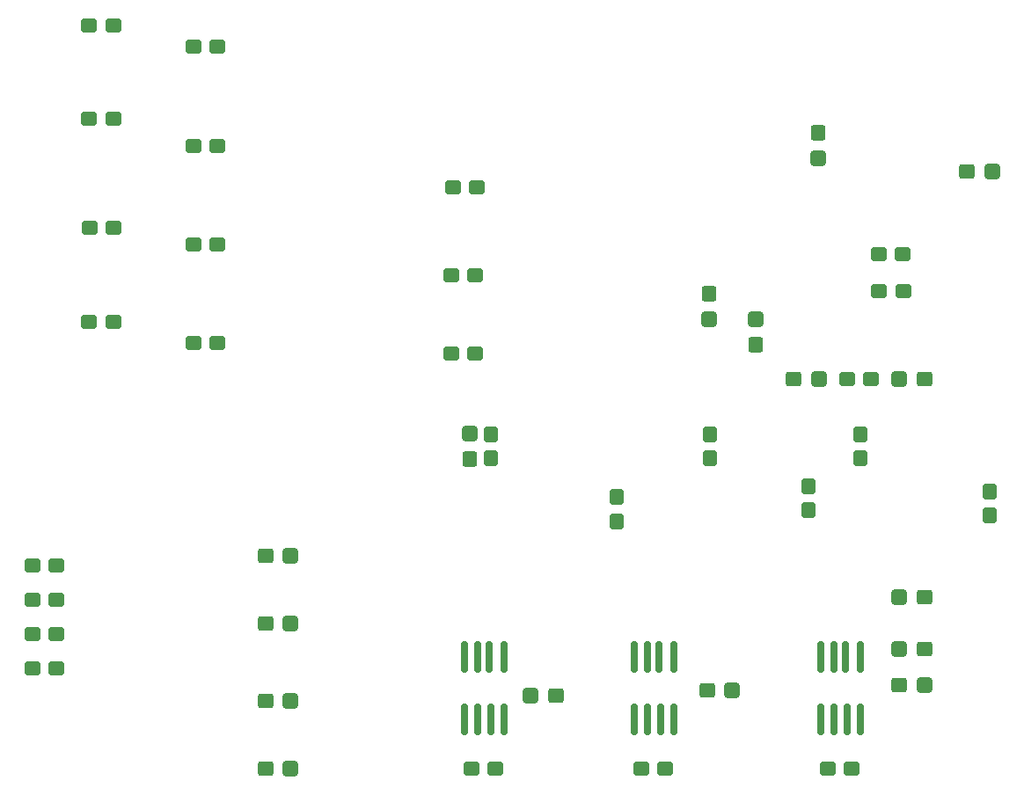
<source format=gbr>
G04 #@! TF.GenerationSoftware,KiCad,Pcbnew,9.0.2*
G04 #@! TF.CreationDate,2025-08-14T17:34:42+08:00*
G04 #@! TF.ProjectId,VCU_V3_1_PREFAB,5643555f-5633-45f3-915f-505245464142,rev?*
G04 #@! TF.SameCoordinates,Original*
G04 #@! TF.FileFunction,Paste,Bot*
G04 #@! TF.FilePolarity,Positive*
%FSLAX46Y46*%
G04 Gerber Fmt 4.6, Leading zero omitted, Abs format (unit mm)*
G04 Created by KiCad (PCBNEW 9.0.2) date 2025-08-14 17:34:42*
%MOMM*%
%LPD*%
G01*
G04 APERTURE LIST*
G04 Aperture macros list*
%AMRoundRect*
0 Rectangle with rounded corners*
0 $1 Rounding radius*
0 $2 $3 $4 $5 $6 $7 $8 $9 X,Y pos of 4 corners*
0 Add a 4 corners polygon primitive as box body*
4,1,4,$2,$3,$4,$5,$6,$7,$8,$9,$2,$3,0*
0 Add four circle primitives for the rounded corners*
1,1,$1+$1,$2,$3*
1,1,$1+$1,$4,$5*
1,1,$1+$1,$6,$7*
1,1,$1+$1,$8,$9*
0 Add four rect primitives between the rounded corners*
20,1,$1+$1,$2,$3,$4,$5,0*
20,1,$1+$1,$4,$5,$6,$7,0*
20,1,$1+$1,$6,$7,$8,$9,0*
20,1,$1+$1,$8,$9,$2,$3,0*%
G04 Aperture macros list end*
%ADD10RoundRect,0.305575X0.412525X-0.460025X0.412525X0.460025X-0.412525X0.460025X-0.412525X-0.460025X0*%
%ADD11RoundRect,0.308511X0.416489X-0.457089X0.416489X0.457089X-0.416489X0.457089X-0.416489X-0.457089X0*%
%ADD12RoundRect,0.305575X-0.412525X0.460025X-0.412525X-0.460025X0.412525X-0.460025X0.412525X0.460025X0*%
%ADD13RoundRect,0.308511X-0.416489X0.457089X-0.416489X-0.457089X0.416489X-0.457089X0.416489X0.457089X0*%
%ADD14RoundRect,0.305575X0.460025X0.412525X-0.460025X0.412525X-0.460025X-0.412525X0.460025X-0.412525X0*%
%ADD15RoundRect,0.308511X0.457089X0.416489X-0.457089X0.416489X-0.457089X-0.416489X0.457089X-0.416489X0*%
%ADD16RoundRect,0.305575X-0.460025X-0.412525X0.460025X-0.412525X0.460025X0.412525X-0.460025X0.412525X0*%
%ADD17RoundRect,0.308511X-0.457089X-0.416489X0.457089X-0.416489X0.457089X0.416489X-0.457089X0.416489X0*%
%ADD18RoundRect,0.278125X0.474375X0.389375X-0.474375X0.389375X-0.474375X-0.389375X0.474375X-0.389375X0*%
%ADD19RoundRect,0.278125X0.389375X-0.474375X0.389375X0.474375X-0.389375X0.474375X-0.389375X-0.474375X0*%
%ADD20RoundRect,0.278125X-0.474375X-0.389375X0.474375X-0.389375X0.474375X0.389375X-0.474375X0.389375X0*%
%ADD21RoundRect,0.150000X-0.150000X1.350000X-0.150000X-1.350000X0.150000X-1.350000X0.150000X1.350000X0*%
%ADD22RoundRect,0.150000X-0.150000X1.337500X-0.150000X-1.337500X0.150000X-1.337500X0.150000X1.337500X0*%
G04 APERTURE END LIST*
D10*
X148491300Y-97208700D03*
D11*
X148484400Y-94777500D03*
D12*
X171493100Y-81284400D03*
D13*
X171500000Y-83715600D03*
D14*
X192215600Y-115493100D03*
D15*
X189784400Y-115500000D03*
D16*
X128784400Y-127006900D03*
D17*
X131215600Y-127000000D03*
D18*
X108652500Y-107467500D03*
X106347500Y-107467500D03*
D19*
X198532500Y-102652502D03*
X198532500Y-100347502D03*
X162592500Y-103190182D03*
X162592500Y-100885182D03*
D18*
X114152500Y-74967500D03*
X111847500Y-74967500D03*
D16*
X128784400Y-106506900D03*
D17*
X131215600Y-106500000D03*
D16*
X128784400Y-120506900D03*
D17*
X131215600Y-120500000D03*
D18*
X190165000Y-81000000D03*
X187860000Y-81000000D03*
D20*
X146847500Y-71032500D03*
X149152500Y-71032500D03*
D18*
X167271480Y-126967500D03*
X164966480Y-126967500D03*
D14*
X156715600Y-119993100D03*
D15*
X154284400Y-120000000D03*
D20*
X146695000Y-87032500D03*
X149000000Y-87032500D03*
D14*
X192215600Y-110493100D03*
D15*
X189784400Y-110500000D03*
D18*
X190152500Y-77467500D03*
X187847500Y-77467500D03*
D16*
X179632400Y-89506900D03*
D17*
X182063600Y-89500000D03*
D20*
X146695000Y-79532500D03*
X149000000Y-79532500D03*
X121847500Y-76532500D03*
X124152500Y-76532500D03*
D21*
X164289721Y-116253000D03*
X165559721Y-116253000D03*
D22*
X166694721Y-116240500D03*
D21*
X168099721Y-116253000D03*
X168099721Y-122253000D03*
X166829721Y-122253000D03*
X165559721Y-122253000D03*
X164289721Y-122253000D03*
D10*
X176006900Y-86215600D03*
D11*
X176000000Y-83784400D03*
D18*
X108652500Y-110717500D03*
X106347500Y-110717500D03*
D16*
X128784400Y-113006900D03*
D17*
X131215600Y-113000000D03*
D18*
X187080500Y-89467500D03*
X184775500Y-89467500D03*
D21*
X147955000Y-116253000D03*
X149225000Y-116253000D03*
D22*
X150360000Y-116240500D03*
D21*
X151765000Y-116253000D03*
X151765000Y-122253000D03*
X150495000Y-122253000D03*
X149225000Y-122253000D03*
X147955000Y-122253000D03*
D14*
X192223600Y-89493100D03*
D15*
X189792400Y-89500000D03*
D19*
X186032500Y-97152500D03*
X186032500Y-94847500D03*
D18*
X150936759Y-126967500D03*
X148631759Y-126967500D03*
X114141759Y-55467500D03*
X111836759Y-55467500D03*
D16*
X196284400Y-69506900D03*
D17*
X198715600Y-69500000D03*
D18*
X108652500Y-114013500D03*
X106347500Y-114013500D03*
D12*
X181993100Y-65784400D03*
D13*
X182000000Y-68215600D03*
D20*
X121847500Y-67032500D03*
X124152500Y-67032500D03*
D18*
X108652500Y-117315500D03*
X106347500Y-117315500D03*
D20*
X121847500Y-57532500D03*
X124152500Y-57532500D03*
D19*
X181032500Y-102152501D03*
X181032500Y-99847501D03*
D16*
X189784400Y-119006900D03*
D17*
X192215600Y-119000000D03*
D21*
X182225000Y-116253000D03*
X183495000Y-116253000D03*
D22*
X184630000Y-116240500D03*
D21*
X186035000Y-116253000D03*
X186035000Y-122253000D03*
X184765000Y-122253000D03*
X183495000Y-122253000D03*
X182225000Y-122253000D03*
D18*
X114141759Y-83967500D03*
X111836759Y-83967500D03*
D20*
X121847500Y-86032500D03*
X124152500Y-86032500D03*
D18*
X185206759Y-126967500D03*
X182901759Y-126967500D03*
X114141759Y-64467500D03*
X111836759Y-64467500D03*
D19*
X150532500Y-97152500D03*
X150532500Y-94847500D03*
X171532500Y-97152500D03*
X171532500Y-94847500D03*
D16*
X171284400Y-119506900D03*
D17*
X173715600Y-119500000D03*
M02*

</source>
